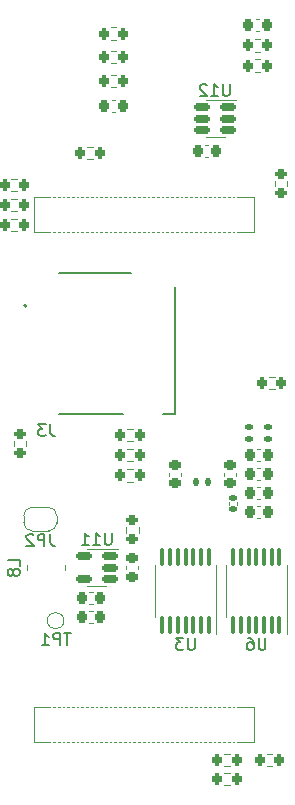
<source format=gbo>
%TF.GenerationSoftware,KiCad,Pcbnew,7.0.1*%
%TF.CreationDate,2023-04-26T14:08:09+02:00*%
%TF.ProjectId,radartof-hardware,72616461-7274-46f6-962d-686172647761,1.4*%
%TF.SameCoordinates,Original*%
%TF.FileFunction,Legend,Bot*%
%TF.FilePolarity,Positive*%
%FSLAX46Y46*%
G04 Gerber Fmt 4.6, Leading zero omitted, Abs format (unit mm)*
G04 Created by KiCad (PCBNEW 7.0.1) date 2023-04-26 14:08:09*
%MOMM*%
%LPD*%
G01*
G04 APERTURE LIST*
G04 Aperture macros list*
%AMRoundRect*
0 Rectangle with rounded corners*
0 $1 Rounding radius*
0 $2 $3 $4 $5 $6 $7 $8 $9 X,Y pos of 4 corners*
0 Add a 4 corners polygon primitive as box body*
4,1,4,$2,$3,$4,$5,$6,$7,$8,$9,$2,$3,0*
0 Add four circle primitives for the rounded corners*
1,1,$1+$1,$2,$3*
1,1,$1+$1,$4,$5*
1,1,$1+$1,$6,$7*
1,1,$1+$1,$8,$9*
0 Add four rect primitives between the rounded corners*
20,1,$1+$1,$2,$3,$4,$5,0*
20,1,$1+$1,$4,$5,$6,$7,0*
20,1,$1+$1,$6,$7,$8,$9,0*
20,1,$1+$1,$8,$9,$2,$3,0*%
%AMFreePoly0*
4,1,19,0.500000,-0.750000,0.000000,-0.750000,0.000000,-0.744911,-0.071157,-0.744911,-0.207708,-0.704816,-0.327430,-0.627875,-0.420627,-0.520320,-0.479746,-0.390866,-0.500000,-0.250000,-0.500000,0.250000,-0.479746,0.390866,-0.420627,0.520320,-0.327430,0.627875,-0.207708,0.704816,-0.071157,0.744911,0.000000,0.744911,0.000000,0.750000,0.500000,0.750000,0.500000,-0.750000,0.500000,-0.750000,
$1*%
%AMFreePoly1*
4,1,19,0.000000,0.744911,0.071157,0.744911,0.207708,0.704816,0.327430,0.627875,0.420627,0.520320,0.479746,0.390866,0.500000,0.250000,0.500000,-0.250000,0.479746,-0.390866,0.420627,-0.520320,0.327430,-0.627875,0.207708,-0.704816,0.071157,-0.744911,0.000000,-0.744911,0.000000,-0.750000,-0.500000,-0.750000,-0.500000,0.750000,0.000000,0.750000,0.000000,0.744911,0.000000,0.744911,
$1*%
G04 Aperture macros list end*
%ADD10C,0.150000*%
%ADD11C,0.120000*%
%ADD12C,0.127000*%
%ADD13C,0.200000*%
%ADD14C,0.100000*%
%ADD15C,0.600000*%
%ADD16O,0.900000X1.900000*%
%ADD17C,3.300000*%
%ADD18RoundRect,0.225000X-0.225000X-0.250000X0.225000X-0.250000X0.225000X0.250000X-0.225000X0.250000X0*%
%ADD19RoundRect,0.140000X-0.170000X0.140000X-0.170000X-0.140000X0.170000X-0.140000X0.170000X0.140000X0*%
%ADD20RoundRect,0.200000X0.200000X0.275000X-0.200000X0.275000X-0.200000X-0.275000X0.200000X-0.275000X0*%
%ADD21RoundRect,0.200000X-0.275000X0.200000X-0.275000X-0.200000X0.275000X-0.200000X0.275000X0.200000X0*%
%ADD22RoundRect,0.225000X0.225000X0.250000X-0.225000X0.250000X-0.225000X-0.250000X0.225000X-0.250000X0*%
%ADD23RoundRect,0.100000X0.100000X-0.637500X0.100000X0.637500X-0.100000X0.637500X-0.100000X-0.637500X0*%
%ADD24RoundRect,0.200000X-0.200000X-0.275000X0.200000X-0.275000X0.200000X0.275000X-0.200000X0.275000X0*%
%ADD25RoundRect,0.150000X0.512500X0.150000X-0.512500X0.150000X-0.512500X-0.150000X0.512500X-0.150000X0*%
%ADD26R,1.750000X0.700000*%
%ADD27R,1.550000X1.000000*%
%ADD28R,1.000000X1.450000*%
%ADD29R,1.500000X0.800000*%
%ADD30R,1.500000X1.300000*%
%ADD31R,1.500000X1.500000*%
%ADD32R,1.400000X0.800000*%
%ADD33RoundRect,0.225000X0.250000X-0.225000X0.250000X0.225000X-0.250000X0.225000X-0.250000X-0.225000X0*%
%ADD34R,0.200000X0.700000*%
%ADD35RoundRect,0.225000X-0.250000X0.225000X-0.250000X-0.225000X0.250000X-0.225000X0.250000X0.225000X0*%
%ADD36RoundRect,0.147500X-0.172500X0.147500X-0.172500X-0.147500X0.172500X-0.147500X0.172500X0.147500X0*%
%ADD37R,3.400000X1.350000*%
%ADD38RoundRect,0.147500X-0.147500X-0.172500X0.147500X-0.172500X0.147500X0.172500X-0.147500X0.172500X0*%
%ADD39FreePoly0,0.000000*%
%ADD40FreePoly1,0.000000*%
%ADD41RoundRect,0.200000X0.275000X-0.200000X0.275000X0.200000X-0.275000X0.200000X-0.275000X-0.200000X0*%
%ADD42C,1.000000*%
G04 APERTURE END LIST*
D10*
%TO.C,U6*%
X160261904Y-119962619D02*
X160261904Y-120772142D01*
X160261904Y-120772142D02*
X160214285Y-120867380D01*
X160214285Y-120867380D02*
X160166666Y-120915000D01*
X160166666Y-120915000D02*
X160071428Y-120962619D01*
X160071428Y-120962619D02*
X159880952Y-120962619D01*
X159880952Y-120962619D02*
X159785714Y-120915000D01*
X159785714Y-120915000D02*
X159738095Y-120867380D01*
X159738095Y-120867380D02*
X159690476Y-120772142D01*
X159690476Y-120772142D02*
X159690476Y-119962619D01*
X158785714Y-119962619D02*
X158976190Y-119962619D01*
X158976190Y-119962619D02*
X159071428Y-120010238D01*
X159071428Y-120010238D02*
X159119047Y-120057857D01*
X159119047Y-120057857D02*
X159214285Y-120200714D01*
X159214285Y-120200714D02*
X159261904Y-120391190D01*
X159261904Y-120391190D02*
X159261904Y-120772142D01*
X159261904Y-120772142D02*
X159214285Y-120867380D01*
X159214285Y-120867380D02*
X159166666Y-120915000D01*
X159166666Y-120915000D02*
X159071428Y-120962619D01*
X159071428Y-120962619D02*
X158880952Y-120962619D01*
X158880952Y-120962619D02*
X158785714Y-120915000D01*
X158785714Y-120915000D02*
X158738095Y-120867380D01*
X158738095Y-120867380D02*
X158690476Y-120772142D01*
X158690476Y-120772142D02*
X158690476Y-120534047D01*
X158690476Y-120534047D02*
X158738095Y-120438809D01*
X158738095Y-120438809D02*
X158785714Y-120391190D01*
X158785714Y-120391190D02*
X158880952Y-120343571D01*
X158880952Y-120343571D02*
X159071428Y-120343571D01*
X159071428Y-120343571D02*
X159166666Y-120391190D01*
X159166666Y-120391190D02*
X159214285Y-120438809D01*
X159214285Y-120438809D02*
X159261904Y-120534047D01*
%TO.C,U11*%
X147238094Y-111062619D02*
X147238094Y-111872142D01*
X147238094Y-111872142D02*
X147190475Y-111967380D01*
X147190475Y-111967380D02*
X147142856Y-112015000D01*
X147142856Y-112015000D02*
X147047618Y-112062619D01*
X147047618Y-112062619D02*
X146857142Y-112062619D01*
X146857142Y-112062619D02*
X146761904Y-112015000D01*
X146761904Y-112015000D02*
X146714285Y-111967380D01*
X146714285Y-111967380D02*
X146666666Y-111872142D01*
X146666666Y-111872142D02*
X146666666Y-111062619D01*
X145666666Y-112062619D02*
X146238094Y-112062619D01*
X145952380Y-112062619D02*
X145952380Y-111062619D01*
X145952380Y-111062619D02*
X146047618Y-111205476D01*
X146047618Y-111205476D02*
X146142856Y-111300714D01*
X146142856Y-111300714D02*
X146238094Y-111348333D01*
X144714285Y-112062619D02*
X145285713Y-112062619D01*
X144999999Y-112062619D02*
X144999999Y-111062619D01*
X144999999Y-111062619D02*
X145095237Y-111205476D01*
X145095237Y-111205476D02*
X145190475Y-111300714D01*
X145190475Y-111300714D02*
X145285713Y-111348333D01*
%TO.C,J3*%
X142033333Y-101862619D02*
X142033333Y-102576904D01*
X142033333Y-102576904D02*
X142080952Y-102719761D01*
X142080952Y-102719761D02*
X142176190Y-102815000D01*
X142176190Y-102815000D02*
X142319047Y-102862619D01*
X142319047Y-102862619D02*
X142414285Y-102862619D01*
X141652380Y-101862619D02*
X141033333Y-101862619D01*
X141033333Y-101862619D02*
X141366666Y-102243571D01*
X141366666Y-102243571D02*
X141223809Y-102243571D01*
X141223809Y-102243571D02*
X141128571Y-102291190D01*
X141128571Y-102291190D02*
X141080952Y-102338809D01*
X141080952Y-102338809D02*
X141033333Y-102434047D01*
X141033333Y-102434047D02*
X141033333Y-102672142D01*
X141033333Y-102672142D02*
X141080952Y-102767380D01*
X141080952Y-102767380D02*
X141128571Y-102815000D01*
X141128571Y-102815000D02*
X141223809Y-102862619D01*
X141223809Y-102862619D02*
X141509523Y-102862619D01*
X141509523Y-102862619D02*
X141604761Y-102815000D01*
X141604761Y-102815000D02*
X141652380Y-102767380D01*
%TO.C,L8*%
X139462619Y-113833333D02*
X139462619Y-113357143D01*
X139462619Y-113357143D02*
X138462619Y-113357143D01*
X138891190Y-114309524D02*
X138843571Y-114214286D01*
X138843571Y-114214286D02*
X138795952Y-114166667D01*
X138795952Y-114166667D02*
X138700714Y-114119048D01*
X138700714Y-114119048D02*
X138653095Y-114119048D01*
X138653095Y-114119048D02*
X138557857Y-114166667D01*
X138557857Y-114166667D02*
X138510238Y-114214286D01*
X138510238Y-114214286D02*
X138462619Y-114309524D01*
X138462619Y-114309524D02*
X138462619Y-114500000D01*
X138462619Y-114500000D02*
X138510238Y-114595238D01*
X138510238Y-114595238D02*
X138557857Y-114642857D01*
X138557857Y-114642857D02*
X138653095Y-114690476D01*
X138653095Y-114690476D02*
X138700714Y-114690476D01*
X138700714Y-114690476D02*
X138795952Y-114642857D01*
X138795952Y-114642857D02*
X138843571Y-114595238D01*
X138843571Y-114595238D02*
X138891190Y-114500000D01*
X138891190Y-114500000D02*
X138891190Y-114309524D01*
X138891190Y-114309524D02*
X138938809Y-114214286D01*
X138938809Y-114214286D02*
X138986428Y-114166667D01*
X138986428Y-114166667D02*
X139081666Y-114119048D01*
X139081666Y-114119048D02*
X139272142Y-114119048D01*
X139272142Y-114119048D02*
X139367380Y-114166667D01*
X139367380Y-114166667D02*
X139415000Y-114214286D01*
X139415000Y-114214286D02*
X139462619Y-114309524D01*
X139462619Y-114309524D02*
X139462619Y-114500000D01*
X139462619Y-114500000D02*
X139415000Y-114595238D01*
X139415000Y-114595238D02*
X139367380Y-114642857D01*
X139367380Y-114642857D02*
X139272142Y-114690476D01*
X139272142Y-114690476D02*
X139081666Y-114690476D01*
X139081666Y-114690476D02*
X138986428Y-114642857D01*
X138986428Y-114642857D02*
X138938809Y-114595238D01*
X138938809Y-114595238D02*
X138891190Y-114500000D01*
%TO.C,JP2*%
X142033333Y-111162619D02*
X142033333Y-111876904D01*
X142033333Y-111876904D02*
X142080952Y-112019761D01*
X142080952Y-112019761D02*
X142176190Y-112115000D01*
X142176190Y-112115000D02*
X142319047Y-112162619D01*
X142319047Y-112162619D02*
X142414285Y-112162619D01*
X141557142Y-112162619D02*
X141557142Y-111162619D01*
X141557142Y-111162619D02*
X141176190Y-111162619D01*
X141176190Y-111162619D02*
X141080952Y-111210238D01*
X141080952Y-111210238D02*
X141033333Y-111257857D01*
X141033333Y-111257857D02*
X140985714Y-111353095D01*
X140985714Y-111353095D02*
X140985714Y-111495952D01*
X140985714Y-111495952D02*
X141033333Y-111591190D01*
X141033333Y-111591190D02*
X141080952Y-111638809D01*
X141080952Y-111638809D02*
X141176190Y-111686428D01*
X141176190Y-111686428D02*
X141557142Y-111686428D01*
X140604761Y-111257857D02*
X140557142Y-111210238D01*
X140557142Y-111210238D02*
X140461904Y-111162619D01*
X140461904Y-111162619D02*
X140223809Y-111162619D01*
X140223809Y-111162619D02*
X140128571Y-111210238D01*
X140128571Y-111210238D02*
X140080952Y-111257857D01*
X140080952Y-111257857D02*
X140033333Y-111353095D01*
X140033333Y-111353095D02*
X140033333Y-111448333D01*
X140033333Y-111448333D02*
X140080952Y-111591190D01*
X140080952Y-111591190D02*
X140652380Y-112162619D01*
X140652380Y-112162619D02*
X140033333Y-112162619D01*
%TO.C,U12*%
X157238094Y-73062619D02*
X157238094Y-73872142D01*
X157238094Y-73872142D02*
X157190475Y-73967380D01*
X157190475Y-73967380D02*
X157142856Y-74015000D01*
X157142856Y-74015000D02*
X157047618Y-74062619D01*
X157047618Y-74062619D02*
X156857142Y-74062619D01*
X156857142Y-74062619D02*
X156761904Y-74015000D01*
X156761904Y-74015000D02*
X156714285Y-73967380D01*
X156714285Y-73967380D02*
X156666666Y-73872142D01*
X156666666Y-73872142D02*
X156666666Y-73062619D01*
X155666666Y-74062619D02*
X156238094Y-74062619D01*
X155952380Y-74062619D02*
X155952380Y-73062619D01*
X155952380Y-73062619D02*
X156047618Y-73205476D01*
X156047618Y-73205476D02*
X156142856Y-73300714D01*
X156142856Y-73300714D02*
X156238094Y-73348333D01*
X155285713Y-73157857D02*
X155238094Y-73110238D01*
X155238094Y-73110238D02*
X155142856Y-73062619D01*
X155142856Y-73062619D02*
X154904761Y-73062619D01*
X154904761Y-73062619D02*
X154809523Y-73110238D01*
X154809523Y-73110238D02*
X154761904Y-73157857D01*
X154761904Y-73157857D02*
X154714285Y-73253095D01*
X154714285Y-73253095D02*
X154714285Y-73348333D01*
X154714285Y-73348333D02*
X154761904Y-73491190D01*
X154761904Y-73491190D02*
X155333332Y-74062619D01*
X155333332Y-74062619D02*
X154714285Y-74062619D01*
%TO.C,U3*%
X154261904Y-119962619D02*
X154261904Y-120772142D01*
X154261904Y-120772142D02*
X154214285Y-120867380D01*
X154214285Y-120867380D02*
X154166666Y-120915000D01*
X154166666Y-120915000D02*
X154071428Y-120962619D01*
X154071428Y-120962619D02*
X153880952Y-120962619D01*
X153880952Y-120962619D02*
X153785714Y-120915000D01*
X153785714Y-120915000D02*
X153738095Y-120867380D01*
X153738095Y-120867380D02*
X153690476Y-120772142D01*
X153690476Y-120772142D02*
X153690476Y-119962619D01*
X153309523Y-119962619D02*
X152690476Y-119962619D01*
X152690476Y-119962619D02*
X153023809Y-120343571D01*
X153023809Y-120343571D02*
X152880952Y-120343571D01*
X152880952Y-120343571D02*
X152785714Y-120391190D01*
X152785714Y-120391190D02*
X152738095Y-120438809D01*
X152738095Y-120438809D02*
X152690476Y-120534047D01*
X152690476Y-120534047D02*
X152690476Y-120772142D01*
X152690476Y-120772142D02*
X152738095Y-120867380D01*
X152738095Y-120867380D02*
X152785714Y-120915000D01*
X152785714Y-120915000D02*
X152880952Y-120962619D01*
X152880952Y-120962619D02*
X153166666Y-120962619D01*
X153166666Y-120962619D02*
X153261904Y-120915000D01*
X153261904Y-120915000D02*
X153309523Y-120867380D01*
%TO.C,TP1*%
X143761904Y-119562619D02*
X143190476Y-119562619D01*
X143476190Y-120562619D02*
X143476190Y-119562619D01*
X142857142Y-120562619D02*
X142857142Y-119562619D01*
X142857142Y-119562619D02*
X142476190Y-119562619D01*
X142476190Y-119562619D02*
X142380952Y-119610238D01*
X142380952Y-119610238D02*
X142333333Y-119657857D01*
X142333333Y-119657857D02*
X142285714Y-119753095D01*
X142285714Y-119753095D02*
X142285714Y-119895952D01*
X142285714Y-119895952D02*
X142333333Y-119991190D01*
X142333333Y-119991190D02*
X142380952Y-120038809D01*
X142380952Y-120038809D02*
X142476190Y-120086428D01*
X142476190Y-120086428D02*
X142857142Y-120086428D01*
X141333333Y-120562619D02*
X141904761Y-120562619D01*
X141619047Y-120562619D02*
X141619047Y-119562619D01*
X141619047Y-119562619D02*
X141714285Y-119705476D01*
X141714285Y-119705476D02*
X141809523Y-119800714D01*
X141809523Y-119800714D02*
X141904761Y-119848333D01*
D11*
%TO.C,C21*%
X159559420Y-103990000D02*
X159840580Y-103990000D01*
X159559420Y-105010000D02*
X159840580Y-105010000D01*
%TO.C,C20*%
X157860000Y-108492164D02*
X157860000Y-108707836D01*
X157140000Y-108492164D02*
X157140000Y-108707836D01*
%TO.C,R9*%
X147637258Y-73322500D02*
X147162742Y-73322500D01*
X147637258Y-72277500D02*
X147162742Y-72277500D01*
%TO.C,R24*%
X140022500Y-103262742D02*
X140022500Y-103737258D01*
X138977500Y-103262742D02*
X138977500Y-103737258D01*
%TO.C,C16*%
X159559420Y-105590000D02*
X159840580Y-105590000D01*
X159559420Y-106610000D02*
X159840580Y-106610000D01*
%TO.C,C54*%
X159740580Y-68610000D02*
X159459420Y-68610000D01*
X159740580Y-67590000D02*
X159459420Y-67590000D01*
%TO.C,R18*%
X147637258Y-71322500D02*
X147162742Y-71322500D01*
X147637258Y-70277500D02*
X147162742Y-70277500D01*
%TO.C,C48*%
X145359420Y-117690000D02*
X145640580Y-117690000D01*
X145359420Y-118710000D02*
X145640580Y-118710000D01*
%TO.C,U6*%
X156890000Y-116000000D02*
X156890000Y-118200000D01*
X156890000Y-116000000D02*
X156890000Y-113800000D01*
X162110000Y-116000000D02*
X162110000Y-119600000D01*
X162110000Y-116000000D02*
X162110000Y-113800000D01*
%TO.C,R16*%
X159362742Y-70977500D02*
X159837258Y-70977500D01*
X159362742Y-72022500D02*
X159837258Y-72022500D01*
%TO.C,R25*%
X156762742Y-131377500D02*
X157237258Y-131377500D01*
X156762742Y-132422500D02*
X157237258Y-132422500D01*
%TO.C,C34*%
X147540580Y-75410000D02*
X147259420Y-75410000D01*
X147540580Y-74390000D02*
X147259420Y-74390000D01*
%TO.C,C53*%
X155440580Y-79210000D02*
X155159420Y-79210000D01*
X155440580Y-78190000D02*
X155159420Y-78190000D01*
%TO.C,U11*%
X146000000Y-115560000D02*
X146800000Y-115560000D01*
X146000000Y-115560000D02*
X145200000Y-115560000D01*
X146000000Y-112440000D02*
X147800000Y-112440000D01*
X146000000Y-112440000D02*
X145200000Y-112440000D01*
D12*
%TO.C,J3*%
X148217500Y-101000000D02*
X142757500Y-101000000D01*
X152637500Y-101000000D02*
X151607500Y-101000000D01*
X152637500Y-90245000D02*
X152637500Y-101000000D01*
X142757500Y-89050000D02*
X148917500Y-89050000D01*
D13*
X140037500Y-91825000D02*
G75*
G03*
X140037500Y-91825000I-100000J0D01*
G01*
D11*
%TO.C,C18*%
X152090000Y-106240580D02*
X152090000Y-105959420D01*
X153110000Y-106240580D02*
X153110000Y-105959420D01*
%TO.C,R5*%
X138762742Y-84477500D02*
X139237258Y-84477500D01*
X138762742Y-85522500D02*
X139237258Y-85522500D01*
%TO.C,C47*%
X145359420Y-116090000D02*
X145640580Y-116090000D01*
X145359420Y-117110000D02*
X145640580Y-117110000D01*
%TO.C,R11*%
X148562742Y-105677500D02*
X149037258Y-105677500D01*
X148562742Y-106722500D02*
X149037258Y-106722500D01*
D14*
%TO.C,U1*%
X159300000Y-125800000D02*
X140700000Y-125800000D01*
X140700000Y-125800000D02*
X140700000Y-128800000D01*
X140700000Y-128800000D02*
X159300000Y-128800000D01*
X159300000Y-128800000D02*
X159300000Y-125800000D01*
X159300000Y-82600000D02*
X140700000Y-82600000D01*
X140700000Y-82600000D02*
X140700000Y-85600000D01*
X140700000Y-85600000D02*
X159300000Y-85600000D01*
X159300000Y-85600000D02*
X159300000Y-82600000D01*
D11*
%TO.C,C46*%
X149510000Y-113859420D02*
X149510000Y-114140580D01*
X148490000Y-113859420D02*
X148490000Y-114140580D01*
%TO.C,R20*%
X159837258Y-70322500D02*
X159362742Y-70322500D01*
X159837258Y-69277500D02*
X159362742Y-69277500D01*
%TO.C,L8*%
X143300000Y-113800000D02*
X143300000Y-114200000D01*
X140100000Y-113800000D02*
X140100000Y-114200000D01*
%TO.C,C19*%
X156790000Y-106240580D02*
X156790000Y-105959420D01*
X157810000Y-106240580D02*
X157810000Y-105959420D01*
%TO.C,R10*%
X148562742Y-103977500D02*
X149037258Y-103977500D01*
X148562742Y-105022500D02*
X149037258Y-105022500D01*
%TO.C,R22*%
X149522500Y-110562742D02*
X149522500Y-111037258D01*
X148477500Y-110562742D02*
X148477500Y-111037258D01*
%TO.C,R21*%
X145162742Y-78377500D02*
X145637258Y-78377500D01*
X145162742Y-79422500D02*
X145637258Y-79422500D01*
%TO.C,C14*%
X159559420Y-107190000D02*
X159840580Y-107190000D01*
X159559420Y-108210000D02*
X159840580Y-108210000D01*
%TO.C,R27*%
X160362742Y-129777500D02*
X160837258Y-129777500D01*
X160362742Y-130822500D02*
X160837258Y-130822500D01*
%TO.C,JP2*%
X139800000Y-109600000D02*
X139800000Y-110200000D01*
X140500000Y-110900000D02*
X141900000Y-110900000D01*
X141900000Y-108900000D02*
X140500000Y-108900000D01*
X142600000Y-110200000D02*
X142600000Y-109600000D01*
X140500000Y-108900000D02*
G75*
G03*
X139800000Y-109600000I-1J-699999D01*
G01*
X139800000Y-110200000D02*
G75*
G03*
X140500000Y-110900000I699999J-1D01*
G01*
X142600000Y-109600000D02*
G75*
G03*
X141900000Y-108900000I-700000J0D01*
G01*
X141900000Y-110900000D02*
G75*
G03*
X142600000Y-110200000I0J700000D01*
G01*
%TO.C,U12*%
X156000000Y-77560000D02*
X156800000Y-77560000D01*
X156000000Y-77560000D02*
X155200000Y-77560000D01*
X156000000Y-74440000D02*
X157800000Y-74440000D01*
X156000000Y-74440000D02*
X155200000Y-74440000D01*
%TO.C,R26*%
X156762742Y-129777500D02*
X157237258Y-129777500D01*
X156762742Y-130822500D02*
X157237258Y-130822500D01*
%TO.C,R23*%
X160562742Y-97877500D02*
X161037258Y-97877500D01*
X160562742Y-98922500D02*
X161037258Y-98922500D01*
%TO.C,R17*%
X161077500Y-81737258D02*
X161077500Y-81262742D01*
X162122500Y-81737258D02*
X162122500Y-81262742D01*
%TO.C,U3*%
X150890000Y-116000000D02*
X150890000Y-118200000D01*
X150890000Y-116000000D02*
X150890000Y-113800000D01*
X156110000Y-116000000D02*
X156110000Y-119600000D01*
X156110000Y-116000000D02*
X156110000Y-113800000D01*
%TO.C,R8*%
X148562742Y-102277500D02*
X149037258Y-102277500D01*
X148562742Y-103322500D02*
X149037258Y-103322500D01*
%TO.C,R19*%
X147637258Y-69322500D02*
X147162742Y-69322500D01*
X147637258Y-68277500D02*
X147162742Y-68277500D01*
%TO.C,TP1*%
X143200000Y-118500000D02*
G75*
G03*
X143200000Y-118500000I-700000J0D01*
G01*
%TO.C,R7*%
X139237258Y-82122500D02*
X138762742Y-82122500D01*
X139237258Y-81077500D02*
X138762742Y-81077500D01*
%TO.C,C2*%
X159559420Y-108790000D02*
X159840580Y-108790000D01*
X159559420Y-109810000D02*
X159840580Y-109810000D01*
%TO.C,R4*%
X138762742Y-82777500D02*
X139237258Y-82777500D01*
X138762742Y-83822500D02*
X139237258Y-83822500D01*
%TD*%
%LPC*%
D15*
%TO.C,J4*%
X160906750Y-73725000D03*
X160906750Y-74625000D03*
X160906750Y-75525000D03*
X160906750Y-76425000D03*
X160906750Y-77325000D03*
X160906750Y-78225000D03*
X160906750Y-79125000D03*
X160126750Y-78675000D03*
X160126750Y-77775000D03*
X160126750Y-76875000D03*
X160126750Y-75975000D03*
X160126750Y-75075000D03*
X160126750Y-74175000D03*
X160126750Y-73275000D03*
D16*
X161946750Y-78575000D03*
X161946750Y-73775000D03*
X159086750Y-78575000D03*
X159086750Y-73775000D03*
%TD*%
D17*
%TO.C,J5*%
X153850000Y-71000000D03*
X141150000Y-71000000D03*
%TD*%
D18*
%TO.C,C21*%
X158925000Y-104500000D03*
X160475000Y-104500000D03*
%TD*%
D19*
%TO.C,C20*%
X157500000Y-108120000D03*
X157500000Y-109080000D03*
%TD*%
D20*
%TO.C,R9*%
X148225000Y-72800000D03*
X146575000Y-72800000D03*
%TD*%
D21*
%TO.C,R24*%
X139500000Y-102675000D03*
X139500000Y-104325000D03*
%TD*%
D18*
%TO.C,C16*%
X158925000Y-106100000D03*
X160475000Y-106100000D03*
%TD*%
D22*
%TO.C,C54*%
X160375000Y-68100000D03*
X158825000Y-68100000D03*
%TD*%
D20*
%TO.C,R18*%
X148225000Y-70800000D03*
X146575000Y-70800000D03*
%TD*%
D18*
%TO.C,C48*%
X144725000Y-118200000D03*
X146275000Y-118200000D03*
%TD*%
D23*
%TO.C,U6*%
X161450000Y-118862500D03*
X160800000Y-118862500D03*
X160150000Y-118862500D03*
X159500000Y-118862500D03*
X158850000Y-118862500D03*
X158200000Y-118862500D03*
X157550000Y-118862500D03*
X157550000Y-113137500D03*
X158200000Y-113137500D03*
X158850000Y-113137500D03*
X159500000Y-113137500D03*
X160150000Y-113137500D03*
X160800000Y-113137500D03*
X161450000Y-113137500D03*
%TD*%
D24*
%TO.C,R16*%
X158775000Y-71500000D03*
X160425000Y-71500000D03*
%TD*%
%TO.C,R25*%
X156175000Y-131900000D03*
X157825000Y-131900000D03*
%TD*%
D22*
%TO.C,C34*%
X148175000Y-74900000D03*
X146625000Y-74900000D03*
%TD*%
%TO.C,C53*%
X156075000Y-78700000D03*
X154525000Y-78700000D03*
%TD*%
D25*
%TO.C,U11*%
X147137500Y-113050000D03*
X147137500Y-114000000D03*
X147137500Y-114950000D03*
X144862500Y-114950000D03*
X144862500Y-113050000D03*
%TD*%
D26*
%TO.C,J3*%
X141562500Y-91825000D03*
X141562500Y-92925000D03*
X141562500Y-94025000D03*
X141562500Y-95125000D03*
X141562500Y-96225000D03*
X141562500Y-97325000D03*
X141562500Y-98425000D03*
X141562500Y-99525000D03*
D27*
X152362500Y-89450000D03*
D28*
X150787500Y-100650000D03*
D29*
X149287500Y-100975000D03*
D30*
X141687500Y-100725000D03*
D31*
X141687500Y-89375000D03*
D32*
X149937500Y-89050000D03*
%TD*%
D33*
%TO.C,C18*%
X152600000Y-106875000D03*
X152600000Y-105325000D03*
%TD*%
D24*
%TO.C,R5*%
X138175000Y-85000000D03*
X139825000Y-85000000D03*
%TD*%
D18*
%TO.C,C47*%
X144725000Y-116600000D03*
X146275000Y-116600000D03*
%TD*%
D24*
%TO.C,R11*%
X147975000Y-106200000D03*
X149625000Y-106200000D03*
%TD*%
D34*
%TO.C,U1*%
X157800000Y-82580000D03*
X157800000Y-85660000D03*
X157400000Y-82580000D03*
X157400000Y-85660000D03*
X157000000Y-82580000D03*
X157000000Y-85660000D03*
X156600000Y-82580000D03*
X156600000Y-85660000D03*
X156200000Y-82580000D03*
X156200000Y-85660000D03*
X155800000Y-82580000D03*
X155800000Y-85660000D03*
X155400000Y-82580000D03*
X155400000Y-85660000D03*
X155000000Y-82580000D03*
X155000000Y-85660000D03*
X154600000Y-82580000D03*
X154600000Y-85660000D03*
X154200000Y-82580000D03*
X154200000Y-85660000D03*
X153800000Y-82580000D03*
X153800000Y-85660000D03*
X153400000Y-82580000D03*
X153400000Y-85660000D03*
X153000000Y-82580000D03*
X153000000Y-85660000D03*
X152600000Y-82580000D03*
X152600000Y-85660000D03*
X152200000Y-82580000D03*
X152200000Y-85660000D03*
X151800000Y-82580000D03*
X151800000Y-85660000D03*
X151400000Y-82580000D03*
X151400000Y-85660000D03*
X151000000Y-82580000D03*
X151000000Y-85660000D03*
X150600000Y-82580000D03*
X150600000Y-85660000D03*
X150200000Y-82580000D03*
X150200000Y-85660000D03*
X149800000Y-82580000D03*
X149800000Y-85660000D03*
X149400000Y-82580000D03*
X149400000Y-85660000D03*
X149000000Y-82580000D03*
X149000000Y-85660000D03*
X148600000Y-82580000D03*
X148600000Y-85660000D03*
X148200000Y-82580000D03*
X148200000Y-85660000D03*
X147800000Y-82580000D03*
X147800000Y-85660000D03*
X147400000Y-82580000D03*
X147400000Y-85660000D03*
X147000000Y-82580000D03*
X147000000Y-85660000D03*
X146600000Y-82580000D03*
X146600000Y-85660000D03*
X146200000Y-82580000D03*
X146200000Y-85660000D03*
X145800000Y-82580000D03*
X145800000Y-85660000D03*
X145400000Y-82580000D03*
X145400000Y-85660000D03*
X145000000Y-82580000D03*
X145000000Y-85660000D03*
X144600000Y-82580000D03*
X144600000Y-85660000D03*
X144200000Y-82580000D03*
X144200000Y-85660000D03*
X143800000Y-82580000D03*
X143800000Y-85660000D03*
X143400000Y-82580000D03*
X143400000Y-85660000D03*
X143000000Y-82580000D03*
X143000000Y-85660000D03*
X142600000Y-82580000D03*
X142600000Y-85660000D03*
X142200000Y-82580000D03*
X142200000Y-85660000D03*
X142200000Y-128840000D03*
X142200000Y-125760000D03*
X142600000Y-128840000D03*
X142600000Y-125760000D03*
X143000000Y-128840000D03*
X143000000Y-125760000D03*
X143400000Y-128840000D03*
X143400000Y-125760000D03*
X143800000Y-128840000D03*
X143800000Y-125760000D03*
X144200000Y-128840000D03*
X144200000Y-125760000D03*
X144600000Y-128840000D03*
X144600000Y-125760000D03*
X145000000Y-128840000D03*
X145000000Y-125760000D03*
X145400000Y-128840000D03*
X145400000Y-125760000D03*
X145800000Y-128840000D03*
X145800000Y-125760000D03*
X146200000Y-128840000D03*
X146200000Y-125760000D03*
X146600000Y-128840000D03*
X146600000Y-125760000D03*
X147000000Y-128840000D03*
X147000000Y-125760000D03*
X147400000Y-128840000D03*
X147400000Y-125760000D03*
X147800000Y-128840000D03*
X147800000Y-125760000D03*
X148200000Y-128840000D03*
X148200000Y-125760000D03*
X148600000Y-128840000D03*
X148600000Y-125760000D03*
X149000000Y-128840000D03*
X149000000Y-125760000D03*
X149400000Y-128840000D03*
X149400000Y-125760000D03*
X149800000Y-128840000D03*
X149800000Y-125760000D03*
X150200000Y-128840000D03*
X150200000Y-125760000D03*
X150600000Y-128840000D03*
X150600000Y-125760000D03*
X151000000Y-128840000D03*
X151000000Y-125760000D03*
X151400000Y-128840000D03*
X151400000Y-125760000D03*
X151800000Y-128840000D03*
X151800000Y-125760000D03*
X152200000Y-128840000D03*
X152200000Y-125760000D03*
X152600000Y-128840000D03*
X152600000Y-125760000D03*
X153000000Y-128840000D03*
X153000000Y-125760000D03*
X153400000Y-128840000D03*
X153400000Y-125760000D03*
X153800000Y-128840000D03*
X153800000Y-125760000D03*
X154200000Y-128840000D03*
X154200000Y-125760000D03*
X154600000Y-128840000D03*
X154600000Y-125760000D03*
X155000000Y-128840000D03*
X155000000Y-125760000D03*
X155400000Y-128840000D03*
X155400000Y-125760000D03*
X155800000Y-128840000D03*
X155800000Y-125760000D03*
X156200000Y-128840000D03*
X156200000Y-125760000D03*
X156600000Y-128840000D03*
X156600000Y-125760000D03*
X157000000Y-128840000D03*
X157000000Y-125760000D03*
X157400000Y-128840000D03*
X157400000Y-125760000D03*
X157800000Y-128840000D03*
X157800000Y-125760000D03*
%TD*%
D35*
%TO.C,C46*%
X149000000Y-113225000D03*
X149000000Y-114775000D03*
%TD*%
D20*
%TO.C,R20*%
X160425000Y-69800000D03*
X158775000Y-69800000D03*
%TD*%
D36*
%TO.C,L5*%
X160500000Y-102115000D03*
X160500000Y-103085000D03*
%TD*%
D37*
%TO.C,L8*%
X141700000Y-112925000D03*
X141700000Y-115075000D03*
%TD*%
D33*
%TO.C,C19*%
X157300000Y-106875000D03*
X157300000Y-105325000D03*
%TD*%
D24*
%TO.C,R10*%
X147975000Y-104500000D03*
X149625000Y-104500000D03*
%TD*%
D38*
%TO.C,L6*%
X154415000Y-106800000D03*
X155385000Y-106800000D03*
%TD*%
D21*
%TO.C,R22*%
X149000000Y-109975000D03*
X149000000Y-111625000D03*
%TD*%
D24*
%TO.C,R21*%
X144575000Y-78900000D03*
X146225000Y-78900000D03*
%TD*%
D18*
%TO.C,C14*%
X158925000Y-107700000D03*
X160475000Y-107700000D03*
%TD*%
D24*
%TO.C,R27*%
X159775000Y-130300000D03*
X161425000Y-130300000D03*
%TD*%
D39*
%TO.C,JP2*%
X140550000Y-109900000D03*
D40*
X141850000Y-109900000D03*
%TD*%
D25*
%TO.C,U12*%
X157137500Y-75050000D03*
X157137500Y-76000000D03*
X157137500Y-76950000D03*
X154862500Y-76950000D03*
X154862500Y-76000000D03*
X154862500Y-75050000D03*
%TD*%
D24*
%TO.C,R26*%
X156175000Y-130300000D03*
X157825000Y-130300000D03*
%TD*%
%TO.C,R23*%
X159975000Y-98400000D03*
X161625000Y-98400000D03*
%TD*%
D41*
%TO.C,R17*%
X161600000Y-82325000D03*
X161600000Y-80675000D03*
%TD*%
D23*
%TO.C,U3*%
X155450000Y-118862500D03*
X154800000Y-118862500D03*
X154150000Y-118862500D03*
X153500000Y-118862500D03*
X152850000Y-118862500D03*
X152200000Y-118862500D03*
X151550000Y-118862500D03*
X151550000Y-113137500D03*
X152200000Y-113137500D03*
X152850000Y-113137500D03*
X153500000Y-113137500D03*
X154150000Y-113137500D03*
X154800000Y-113137500D03*
X155450000Y-113137500D03*
%TD*%
D24*
%TO.C,R8*%
X147975000Y-102800000D03*
X149625000Y-102800000D03*
%TD*%
D20*
%TO.C,R19*%
X148225000Y-68800000D03*
X146575000Y-68800000D03*
%TD*%
D42*
%TO.C,TP1*%
X142500000Y-118500000D03*
%TD*%
D20*
%TO.C,R7*%
X139825000Y-81600000D03*
X138175000Y-81600000D03*
%TD*%
D18*
%TO.C,C2*%
X158925000Y-109300000D03*
X160475000Y-109300000D03*
%TD*%
D36*
%TO.C,L7*%
X158900000Y-102115000D03*
X158900000Y-103085000D03*
%TD*%
D24*
%TO.C,R4*%
X138175000Y-83300000D03*
X139825000Y-83300000D03*
%TD*%
M02*

</source>
